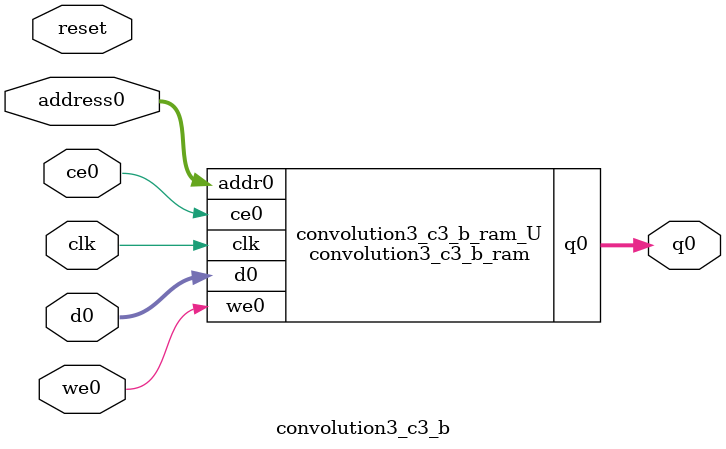
<source format=v>

`timescale 1 ns / 1 ps
module convolution3_c3_b_ram (addr0, ce0, d0, we0, q0,  clk);

parameter DWIDTH = 32;
parameter AWIDTH = 4;
parameter MEM_SIZE = 16;

input[AWIDTH-1:0] addr0;
input ce0;
input[DWIDTH-1:0] d0;
input we0;
output reg[DWIDTH-1:0] q0;
input clk;

(* ram_style = "distributed" *)reg [DWIDTH-1:0] ram[0:MEM_SIZE-1];




always @(posedge clk)  
begin 
    if (ce0) 
    begin
        if (we0) 
        begin 
            ram[addr0] <= d0; 
            q0 <= d0;
        end 
        else 
            q0 <= ram[addr0];
    end
end


endmodule


`timescale 1 ns / 1 ps
module convolution3_c3_b(
    reset,
    clk,
    address0,
    ce0,
    we0,
    d0,
    q0);

parameter DataWidth = 32'd32;
parameter AddressRange = 32'd16;
parameter AddressWidth = 32'd4;
input reset;
input clk;
input[AddressWidth - 1:0] address0;
input ce0;
input we0;
input[DataWidth - 1:0] d0;
output[DataWidth - 1:0] q0;



convolution3_c3_b_ram convolution3_c3_b_ram_U(
    .clk( clk ),
    .addr0( address0 ),
    .ce0( ce0 ),
    .d0( d0 ),
    .we0( we0 ),
    .q0( q0 ));

endmodule


</source>
